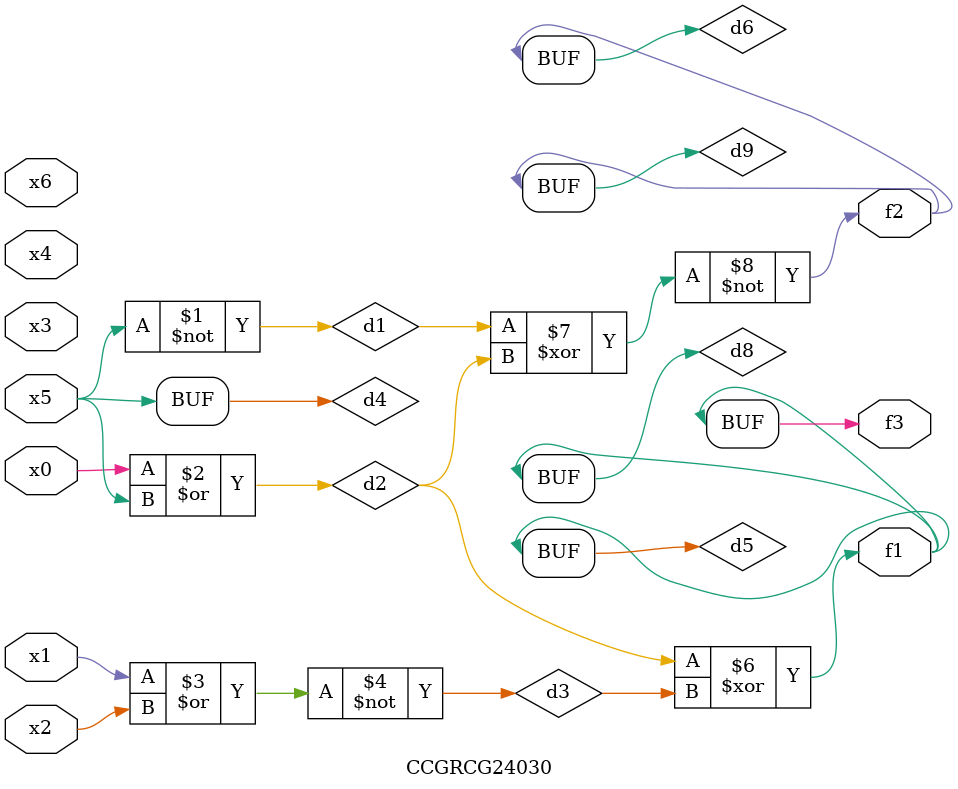
<source format=v>
module CCGRCG24030(
	input x0, x1, x2, x3, x4, x5, x6,
	output f1, f2, f3
);

	wire d1, d2, d3, d4, d5, d6, d7, d8, d9;

	nand (d1, x5);
	or (d2, x0, x5);
	nor (d3, x1, x2);
	xnor (d4, d1);
	xor (d5, d2, d3);
	xnor (d6, d1, d2);
	not (d7, x4);
	buf (d8, d5);
	xor (d9, d6);
	assign f1 = d8;
	assign f2 = d9;
	assign f3 = d8;
endmodule

</source>
